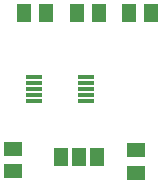
<source format=gbr>
G04 EAGLE Gerber RS-274X export*
G75*
%MOMM*%
%FSLAX34Y34*%
%LPD*%
%INSolderpaste Top*%
%IPPOS*%
%AMOC8*
5,1,8,0,0,1.08239X$1,22.5*%
G01*
%ADD10R,1.300000X1.500000*%
%ADD11R,1.500000X1.300000*%
%ADD12R,1.168400X1.600200*%
%ADD13R,1.450000X0.300000*%


D10*
X212700Y157480D03*
X193700Y157480D03*
X149250Y157480D03*
X168250Y157480D03*
D11*
X199390Y41250D03*
X199390Y22250D03*
X95250Y42520D03*
X95250Y23520D03*
D12*
X135890Y35560D03*
X151130Y35560D03*
X166370Y35560D03*
D13*
X113030Y83310D03*
X157030Y83310D03*
X157030Y88310D03*
X113030Y88310D03*
X113030Y93310D03*
X113030Y98310D03*
X113030Y103310D03*
X157030Y93310D03*
X157030Y98310D03*
X157030Y103310D03*
D10*
X123800Y157480D03*
X104800Y157480D03*
M02*

</source>
